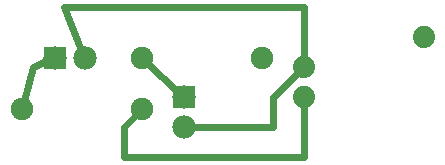
<source format=gtl>
G04 MADE WITH FRITZING*
G04 WWW.FRITZING.ORG*
G04 DOUBLE SIDED*
G04 HOLES PLATED*
G04 CONTOUR ON CENTER OF CONTOUR VECTOR*
%ASAXBY*%
%FSLAX23Y23*%
%MOIN*%
%OFA0B0*%
%SFA1.0B1.0*%
%ADD10C,0.074000*%
%ADD11C,0.078000*%
%ADD12C,0.075000*%
%ADD13R,0.078000X0.078000*%
%ADD14C,0.024000*%
%ADD15R,0.001000X0.001000*%
%LNCOPPER1*%
G90*
G70*
G54D10*
X1091Y362D03*
X1091Y462D03*
X1491Y562D03*
X1091Y362D03*
X1091Y462D03*
X1491Y562D03*
G54D11*
X261Y492D03*
X361Y492D03*
G54D12*
X152Y322D03*
X552Y322D03*
G54D11*
X691Y362D03*
X691Y262D03*
G54D12*
X552Y493D03*
X952Y493D03*
G54D13*
X261Y492D03*
X691Y362D03*
G54D14*
X233Y481D02*
X190Y462D01*
D02*
X190Y462D02*
X159Y350D01*
D02*
X350Y520D02*
X292Y661D01*
D02*
X1092Y661D02*
X1091Y493D01*
D02*
X292Y661D02*
X1092Y661D01*
D02*
X1092Y161D02*
X1091Y330D01*
D02*
X492Y262D02*
X492Y161D01*
D02*
X492Y161D02*
X1092Y161D01*
D02*
X532Y302D02*
X492Y262D01*
D02*
X990Y262D02*
X990Y361D01*
D02*
X721Y262D02*
X990Y262D01*
D02*
X990Y361D02*
X1069Y440D01*
D02*
X669Y382D02*
X573Y474D01*
G54D15*
D02*
G04 End of Copper1*
M02*
</source>
